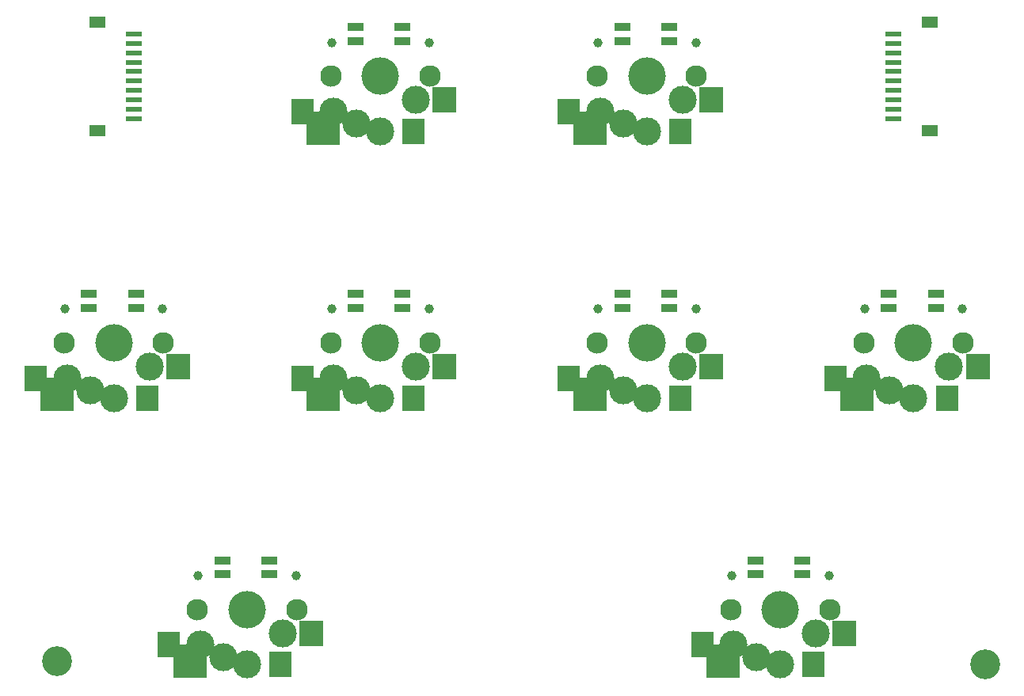
<source format=gbs>
G04 #@! TF.GenerationSoftware,KiCad,Pcbnew,8.0.1-8.0.1-1~ubuntu22.04.1*
G04 #@! TF.CreationDate,2024-05-03T20:10:14-07:00*
G04 #@! TF.ProjectId,Seismos_4-Rhythm,53656973-6d6f-4735-9f34-2d5268797468,rev?*
G04 #@! TF.SameCoordinates,Original*
G04 #@! TF.FileFunction,Soldermask,Bot*
G04 #@! TF.FilePolarity,Negative*
%FSLAX46Y46*%
G04 Gerber Fmt 4.6, Leading zero omitted, Abs format (unit mm)*
G04 Created by KiCad (PCBNEW 8.0.1-8.0.1-1~ubuntu22.04.1) date 2024-05-03 20:10:14*
%MOMM*%
%LPD*%
G01*
G04 APERTURE LIST*
G04 Aperture macros list*
%AMRoundRect*
0 Rectangle with rounded corners*
0 $1 Rounding radius*
0 $2 $3 $4 $5 $6 $7 $8 $9 X,Y pos of 4 corners*
0 Add a 4 corners polygon primitive as box body*
4,1,4,$2,$3,$4,$5,$6,$7,$8,$9,$2,$3,0*
0 Add four circle primitives for the rounded corners*
1,1,$1+$1,$2,$3*
1,1,$1+$1,$4,$5*
1,1,$1+$1,$6,$7*
1,1,$1+$1,$8,$9*
0 Add four rect primitives between the rounded corners*
20,1,$1+$1,$2,$3,$4,$5,0*
20,1,$1+$1,$4,$5,$6,$7,0*
20,1,$1+$1,$6,$7,$8,$9,0*
20,1,$1+$1,$8,$9,$2,$3,0*%
G04 Aperture macros list end*
%ADD10C,3.200000*%
%ADD11R,1.700000X0.600000*%
%ADD12R,1.800000X1.200000*%
%ADD13C,2.300000*%
%ADD14C,1.000000*%
%ADD15C,3.000000*%
%ADD16C,4.000000*%
%ADD17R,1.750000X0.812800*%
%ADD18RoundRect,0.063500X1.150000X1.300000X-1.150000X1.300000X-1.150000X-1.300000X1.150000X-1.300000X0*%
%ADD19RoundRect,0.063500X1.750000X1.750000X-1.750000X1.750000X-1.750000X-1.750000X1.750000X-1.750000X0*%
%ADD20RoundRect,0.063500X1.200000X1.300000X-1.200000X1.300000X-1.200000X-1.300000X1.200000X-1.300000X0*%
G04 APERTURE END LIST*
D10*
X152290000Y-94690000D03*
X53100000Y-94300000D03*
D11*
X142518500Y-27300000D03*
X142518500Y-28300000D03*
X142519500Y-29300000D03*
X142519500Y-30300000D03*
X142519500Y-31300000D03*
X142519500Y-32300000D03*
X142519500Y-33300000D03*
X142519500Y-34300000D03*
X142519500Y-35300000D03*
X142519500Y-36300000D03*
D12*
X146394500Y-26000000D03*
X146394500Y-37600000D03*
D13*
X78700000Y-88800000D03*
D14*
X78620000Y-85184200D03*
D15*
X77210000Y-91340000D03*
X73400000Y-94700000D03*
D16*
X73400000Y-88800000D03*
D15*
X70860000Y-93880000D03*
X68400000Y-92600000D03*
D14*
X68180000Y-85184200D03*
D13*
X68100000Y-88800000D03*
D17*
X70748100Y-83554900D03*
D18*
X65060000Y-92600000D03*
X76960000Y-94700000D03*
D17*
X75778000Y-83554900D03*
X70748100Y-85053500D03*
X75778000Y-85053500D03*
D19*
X67310000Y-94315000D03*
D20*
X80260000Y-91340000D03*
D13*
X135700000Y-88800000D03*
D14*
X135620000Y-85184200D03*
D15*
X134210000Y-91340000D03*
X130400000Y-94700000D03*
D16*
X130400000Y-88800000D03*
D15*
X127860000Y-93880000D03*
X125400000Y-92600000D03*
D14*
X125180000Y-85184200D03*
D13*
X125100000Y-88800000D03*
D17*
X127748100Y-83554900D03*
D18*
X122060000Y-92600000D03*
X133960000Y-94700000D03*
D17*
X132778000Y-83554900D03*
X127748100Y-85053500D03*
X132778000Y-85053500D03*
D19*
X124310000Y-94315000D03*
D20*
X137260000Y-91340000D03*
D13*
X121450000Y-60300000D03*
D14*
X121370000Y-56684200D03*
D15*
X119960000Y-62840000D03*
X116150000Y-66200000D03*
D16*
X116150000Y-60300000D03*
D15*
X113610000Y-65380000D03*
X111150000Y-64100000D03*
D14*
X110930000Y-56684200D03*
D13*
X110850000Y-60300000D03*
D17*
X113498100Y-55054900D03*
D18*
X107810000Y-64100000D03*
X119710000Y-66200000D03*
D17*
X118528000Y-55054900D03*
X113498100Y-56553500D03*
X118528000Y-56553500D03*
D19*
X110060000Y-65815000D03*
D20*
X123010000Y-62840000D03*
D13*
X92950000Y-31800000D03*
D14*
X92870000Y-28184200D03*
D15*
X91460000Y-34340000D03*
X87650000Y-37700000D03*
D16*
X87650000Y-31800000D03*
D15*
X85110000Y-36880000D03*
X82650000Y-35600000D03*
D14*
X82430000Y-28184200D03*
D13*
X82350000Y-31800000D03*
D17*
X84998100Y-26554900D03*
D18*
X79310000Y-35600000D03*
X91210000Y-37700000D03*
D17*
X90028000Y-26554900D03*
X84998100Y-28053500D03*
X90028000Y-28053500D03*
D19*
X81560000Y-37315000D03*
D20*
X94510000Y-34340000D03*
X123010000Y-34340000D03*
D19*
X110060000Y-37315000D03*
D17*
X118528000Y-28053500D03*
X113498100Y-28053500D03*
X118528000Y-26554900D03*
D18*
X119710000Y-37700000D03*
X107810000Y-35600000D03*
D17*
X113498100Y-26554900D03*
D13*
X110850000Y-31800000D03*
D14*
X110930000Y-28184200D03*
D15*
X111150000Y-35600000D03*
X113610000Y-36880000D03*
D16*
X116150000Y-31800000D03*
D15*
X116150000Y-37700000D03*
X119960000Y-34340000D03*
D14*
X121370000Y-28184200D03*
D13*
X121450000Y-31800000D03*
X149950000Y-60300000D03*
D14*
X149870000Y-56684200D03*
D15*
X148460000Y-62840000D03*
X144650000Y-66200000D03*
D16*
X144650000Y-60300000D03*
D15*
X142110000Y-65380000D03*
X139650000Y-64100000D03*
D14*
X139430000Y-56684200D03*
D13*
X139350000Y-60300000D03*
D17*
X141998100Y-55054900D03*
D18*
X136310000Y-64100000D03*
X148210000Y-66200000D03*
D17*
X147028000Y-55054900D03*
X141998100Y-56553500D03*
X147028000Y-56553500D03*
D19*
X138560000Y-65815000D03*
D20*
X151510000Y-62840000D03*
D11*
X61281500Y-36300000D03*
X61281500Y-35300000D03*
X61280500Y-34300000D03*
X61280500Y-33300000D03*
X61280500Y-32300000D03*
X61280500Y-31300000D03*
X61280500Y-30300000D03*
X61280500Y-29300000D03*
X61280500Y-28300000D03*
X61280500Y-27300000D03*
D12*
X57405500Y-37600000D03*
X57405500Y-26000000D03*
D13*
X92950000Y-60300000D03*
D14*
X92870000Y-56684200D03*
D15*
X91460000Y-62840000D03*
X87650000Y-66200000D03*
D16*
X87650000Y-60300000D03*
D15*
X85110000Y-65380000D03*
X82650000Y-64100000D03*
D14*
X82430000Y-56684200D03*
D13*
X82350000Y-60300000D03*
D17*
X84998100Y-55054900D03*
D18*
X79310000Y-64100000D03*
X91210000Y-66200000D03*
D17*
X90028000Y-55054900D03*
X84998100Y-56553500D03*
X90028000Y-56553500D03*
D19*
X81560000Y-65815000D03*
D20*
X94510000Y-62840000D03*
D13*
X64450000Y-60300000D03*
D14*
X64370000Y-56684200D03*
D15*
X62960000Y-62840000D03*
X59150000Y-66200000D03*
D16*
X59150000Y-60300000D03*
D15*
X56610000Y-65380000D03*
X54150000Y-64100000D03*
D14*
X53930000Y-56684200D03*
D13*
X53850000Y-60300000D03*
D17*
X56498100Y-55054900D03*
D18*
X50810000Y-64100000D03*
X62710000Y-66200000D03*
D17*
X61528000Y-55054900D03*
X56498100Y-56553500D03*
X61528000Y-56553500D03*
D19*
X53060000Y-65815000D03*
D20*
X66010000Y-62840000D03*
M02*

</source>
